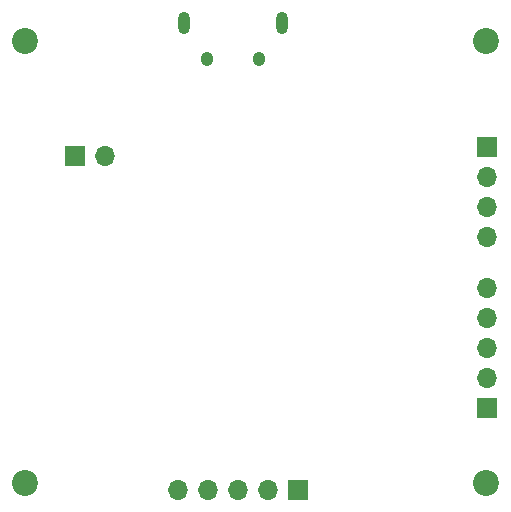
<source format=gbs>
%TF.GenerationSoftware,KiCad,Pcbnew,8.0.9*%
%TF.CreationDate,2025-03-10T14:56:04+11:00*%
%TF.ProjectId,stm32l05_dev_board,73746d33-326c-4303-955f-6465765f626f,rev?*%
%TF.SameCoordinates,Original*%
%TF.FileFunction,Soldermask,Bot*%
%TF.FilePolarity,Negative*%
%FSLAX46Y46*%
G04 Gerber Fmt 4.6, Leading zero omitted, Abs format (unit mm)*
G04 Created by KiCad (PCBNEW 8.0.9) date 2025-03-10 14:56:04*
%MOMM*%
%LPD*%
G01*
G04 APERTURE LIST*
%ADD10C,2.200000*%
%ADD11R,1.700000X1.700000*%
%ADD12O,1.700000X1.700000*%
%ADD13O,1.000000X1.900000*%
%ADD14O,1.050000X1.250000*%
G04 APERTURE END LIST*
D10*
%TO.C,H3*%
X121000000Y-113000000D03*
%TD*%
%TO.C,H2*%
X121000000Y-75590000D03*
%TD*%
D11*
%TO.C,J4*%
X125260000Y-85300000D03*
D12*
X127800000Y-85300000D03*
%TD*%
D11*
%TO.C,J3*%
X144100000Y-113590000D03*
D12*
X141560000Y-113590000D03*
X139020000Y-113590000D03*
X136480000Y-113590000D03*
X133940000Y-113590000D03*
%TD*%
D13*
%TO.C,J1*%
X142775000Y-74090000D03*
D14*
X140825000Y-77090000D03*
X136375000Y-77090000D03*
D13*
X134425000Y-74090000D03*
%TD*%
D10*
%TO.C,H1*%
X160000000Y-75590000D03*
%TD*%
D11*
%TO.C,J2*%
X160100000Y-106630000D03*
D12*
X160100000Y-104090000D03*
X160100000Y-101550000D03*
X160100000Y-99010000D03*
X160100000Y-96470000D03*
%TD*%
D10*
%TO.C,H4*%
X160000000Y-113000000D03*
%TD*%
D11*
%TO.C,J6*%
X160100000Y-84590000D03*
D12*
X160100000Y-87130000D03*
X160100000Y-89670000D03*
X160100000Y-92210000D03*
%TD*%
M02*

</source>
